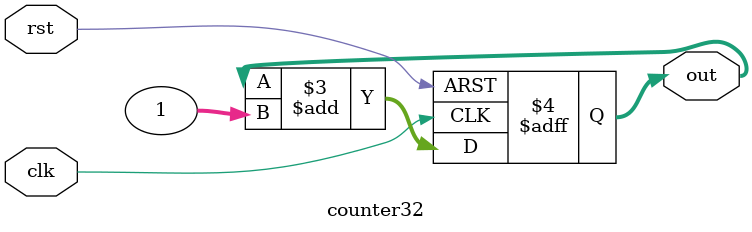
<source format=v>
/*///////////////////////////////////////////////////////////////
 
 Verilog 入門 練習4-2
 
 2つの1ビットの入力clk, rstと1つの32ビットの出力outを持ち、
 clkが立ち上がる度に1加算された値を出力するモジュールcounter32を作成せよ。
 初期値は0で、rstが立ち下がると0にリセットされるものとする。
 
///////////////////////////////////////////////////////////////*/

//`timescale 10ns/10ns
`define ANSWER

//↓ここにモジュールを書く

module counter32(input clk, input rst, output reg[31:0] out);
    always@(posedge clk or negedge rst)begin
        if(!rst)begin
            out <= 0;
        end else begin
            out <= out+1;
        end
    end
endmodule

//↑ここにモジュールを書く

`include "../p4/q2.v"
/*
module top;
    reg clk, rst;
    wire[31:0] out;
	integer i;
    counter32 i_counter32(.clk(clk), .rst(rst), .out(out));

    always@(clk, rst)begin
        #5
        $display("out=%10d", out);
    end

    initial begin
        #0
        clk <= 0;
		rst <= 1;
        #5
		rst <= 0;
		#5
		rst <= 1;
		for(i = 0; i < 100; i = i+1) #10 clk <= ~clk;
		#5
		rst <= 0;
		#5
		rst <= 0;
		for(i = 0; i < 100; i = i+1) #10 clk <= ~clk;
        $finish();
    end
endmodule
*/
</source>
